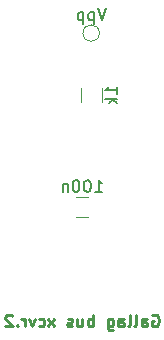
<source format=gbo>
G04 #@! TF.FileFunction,Legend,Bot*
%FSLAX46Y46*%
G04 Gerber Fmt 4.6, Leading zero omitted, Abs format (unit mm)*
G04 Created by KiCad (PCBNEW 4.0.7-e2-6376~58~ubuntu16.04.1) date Fri Nov 24 21:44:44 2023*
%MOMM*%
%LPD*%
G01*
G04 APERTURE LIST*
%ADD10C,0.100000*%
%ADD11C,0.250000*%
%ADD12C,0.120000*%
%ADD13C,0.150000*%
G04 APERTURE END LIST*
D10*
D11*
X179410572Y-138692000D02*
X179505810Y-138644381D01*
X179648667Y-138644381D01*
X179791525Y-138692000D01*
X179886763Y-138787238D01*
X179934382Y-138882476D01*
X179982001Y-139072952D01*
X179982001Y-139215810D01*
X179934382Y-139406286D01*
X179886763Y-139501524D01*
X179791525Y-139596762D01*
X179648667Y-139644381D01*
X179553429Y-139644381D01*
X179410572Y-139596762D01*
X179362953Y-139549143D01*
X179362953Y-139215810D01*
X179553429Y-139215810D01*
X178505810Y-139644381D02*
X178505810Y-139120571D01*
X178553429Y-139025333D01*
X178648667Y-138977714D01*
X178839144Y-138977714D01*
X178934382Y-139025333D01*
X178505810Y-139596762D02*
X178601048Y-139644381D01*
X178839144Y-139644381D01*
X178934382Y-139596762D01*
X178982001Y-139501524D01*
X178982001Y-139406286D01*
X178934382Y-139311048D01*
X178839144Y-139263429D01*
X178601048Y-139263429D01*
X178505810Y-139215810D01*
X177886763Y-139644381D02*
X177982001Y-139596762D01*
X178029620Y-139501524D01*
X178029620Y-138644381D01*
X177362953Y-139644381D02*
X177458191Y-139596762D01*
X177505810Y-139501524D01*
X177505810Y-138644381D01*
X176553428Y-139644381D02*
X176553428Y-139120571D01*
X176601047Y-139025333D01*
X176696285Y-138977714D01*
X176886762Y-138977714D01*
X176982000Y-139025333D01*
X176553428Y-139596762D02*
X176648666Y-139644381D01*
X176886762Y-139644381D01*
X176982000Y-139596762D01*
X177029619Y-139501524D01*
X177029619Y-139406286D01*
X176982000Y-139311048D01*
X176886762Y-139263429D01*
X176648666Y-139263429D01*
X176553428Y-139215810D01*
X175648666Y-138977714D02*
X175648666Y-139787238D01*
X175696285Y-139882476D01*
X175743904Y-139930095D01*
X175839143Y-139977714D01*
X175982000Y-139977714D01*
X176077238Y-139930095D01*
X175648666Y-139596762D02*
X175743904Y-139644381D01*
X175934381Y-139644381D01*
X176029619Y-139596762D01*
X176077238Y-139549143D01*
X176124857Y-139453905D01*
X176124857Y-139168190D01*
X176077238Y-139072952D01*
X176029619Y-139025333D01*
X175934381Y-138977714D01*
X175743904Y-138977714D01*
X175648666Y-139025333D01*
X174410571Y-139644381D02*
X174410571Y-138644381D01*
X174410571Y-139025333D02*
X174315333Y-138977714D01*
X174124856Y-138977714D01*
X174029618Y-139025333D01*
X173981999Y-139072952D01*
X173934380Y-139168190D01*
X173934380Y-139453905D01*
X173981999Y-139549143D01*
X174029618Y-139596762D01*
X174124856Y-139644381D01*
X174315333Y-139644381D01*
X174410571Y-139596762D01*
X173077237Y-138977714D02*
X173077237Y-139644381D01*
X173505809Y-138977714D02*
X173505809Y-139501524D01*
X173458190Y-139596762D01*
X173362952Y-139644381D01*
X173220094Y-139644381D01*
X173124856Y-139596762D01*
X173077237Y-139549143D01*
X172648666Y-139596762D02*
X172553428Y-139644381D01*
X172362952Y-139644381D01*
X172267713Y-139596762D01*
X172220094Y-139501524D01*
X172220094Y-139453905D01*
X172267713Y-139358667D01*
X172362952Y-139311048D01*
X172505809Y-139311048D01*
X172601047Y-139263429D01*
X172648666Y-139168190D01*
X172648666Y-139120571D01*
X172601047Y-139025333D01*
X172505809Y-138977714D01*
X172362952Y-138977714D01*
X172267713Y-139025333D01*
X171124856Y-139644381D02*
X170601046Y-138977714D01*
X171124856Y-138977714D02*
X170601046Y-139644381D01*
X169791522Y-139596762D02*
X169886760Y-139644381D01*
X170077237Y-139644381D01*
X170172475Y-139596762D01*
X170220094Y-139549143D01*
X170267713Y-139453905D01*
X170267713Y-139168190D01*
X170220094Y-139072952D01*
X170172475Y-139025333D01*
X170077237Y-138977714D01*
X169886760Y-138977714D01*
X169791522Y-139025333D01*
X169458189Y-138977714D02*
X169220094Y-139644381D01*
X168981998Y-138977714D01*
X168601046Y-139644381D02*
X168601046Y-138977714D01*
X168601046Y-139168190D02*
X168553427Y-139072952D01*
X168505808Y-139025333D01*
X168410570Y-138977714D01*
X168315331Y-138977714D01*
X167981998Y-139549143D02*
X167934379Y-139596762D01*
X167981998Y-139644381D01*
X168029617Y-139596762D01*
X167981998Y-139549143D01*
X167981998Y-139644381D01*
X167553427Y-138739619D02*
X167505808Y-138692000D01*
X167410570Y-138644381D01*
X167172474Y-138644381D01*
X167077236Y-138692000D01*
X167029617Y-138739619D01*
X166981998Y-138834857D01*
X166981998Y-138930095D01*
X167029617Y-139072952D01*
X167601046Y-139644381D01*
X166981998Y-139644381D01*
D12*
X174944000Y-114808000D02*
G75*
G03X174944000Y-114808000I-700000J0D01*
G01*
X173962000Y-130390000D02*
X172962000Y-130390000D01*
X172962000Y-128690000D02*
X173962000Y-128690000D01*
X175124000Y-120662000D02*
X175124000Y-119462000D01*
X173364000Y-119462000D02*
X173364000Y-120662000D01*
D13*
X175482095Y-112710381D02*
X175148762Y-113710381D01*
X174815428Y-112710381D01*
X174482095Y-113043714D02*
X174482095Y-114043714D01*
X174482095Y-113091333D02*
X174386857Y-113043714D01*
X174196380Y-113043714D01*
X174101142Y-113091333D01*
X174053523Y-113138952D01*
X174005904Y-113234190D01*
X174005904Y-113519905D01*
X174053523Y-113615143D01*
X174101142Y-113662762D01*
X174196380Y-113710381D01*
X174386857Y-113710381D01*
X174482095Y-113662762D01*
X173577333Y-113043714D02*
X173577333Y-114043714D01*
X173577333Y-113091333D02*
X173482095Y-113043714D01*
X173291618Y-113043714D01*
X173196380Y-113091333D01*
X173148761Y-113138952D01*
X173101142Y-113234190D01*
X173101142Y-113519905D01*
X173148761Y-113615143D01*
X173196380Y-113662762D01*
X173291618Y-113710381D01*
X173482095Y-113710381D01*
X173577333Y-113662762D01*
X174581047Y-128242381D02*
X175152476Y-128242381D01*
X174866762Y-128242381D02*
X174866762Y-127242381D01*
X174962000Y-127385238D01*
X175057238Y-127480476D01*
X175152476Y-127528095D01*
X173962000Y-127242381D02*
X173866761Y-127242381D01*
X173771523Y-127290000D01*
X173723904Y-127337619D01*
X173676285Y-127432857D01*
X173628666Y-127623333D01*
X173628666Y-127861429D01*
X173676285Y-128051905D01*
X173723904Y-128147143D01*
X173771523Y-128194762D01*
X173866761Y-128242381D01*
X173962000Y-128242381D01*
X174057238Y-128194762D01*
X174104857Y-128147143D01*
X174152476Y-128051905D01*
X174200095Y-127861429D01*
X174200095Y-127623333D01*
X174152476Y-127432857D01*
X174104857Y-127337619D01*
X174057238Y-127290000D01*
X173962000Y-127242381D01*
X173009619Y-127242381D02*
X172914380Y-127242381D01*
X172819142Y-127290000D01*
X172771523Y-127337619D01*
X172723904Y-127432857D01*
X172676285Y-127623333D01*
X172676285Y-127861429D01*
X172723904Y-128051905D01*
X172771523Y-128147143D01*
X172819142Y-128194762D01*
X172914380Y-128242381D01*
X173009619Y-128242381D01*
X173104857Y-128194762D01*
X173152476Y-128147143D01*
X173200095Y-128051905D01*
X173247714Y-127861429D01*
X173247714Y-127623333D01*
X173200095Y-127432857D01*
X173152476Y-127337619D01*
X173104857Y-127290000D01*
X173009619Y-127242381D01*
X172247714Y-127575714D02*
X172247714Y-128242381D01*
X172247714Y-127670952D02*
X172200095Y-127623333D01*
X172104857Y-127575714D01*
X171961999Y-127575714D01*
X171866761Y-127623333D01*
X171819142Y-127718571D01*
X171819142Y-128242381D01*
X176446381Y-119942953D02*
X176446381Y-119371524D01*
X176446381Y-119657238D02*
X175446381Y-119657238D01*
X175589238Y-119562000D01*
X175684476Y-119466762D01*
X175732095Y-119371524D01*
X176446381Y-120371524D02*
X175446381Y-120371524D01*
X176065429Y-120466762D02*
X176446381Y-120752477D01*
X175779714Y-120752477D02*
X176160667Y-120371524D01*
M02*

</source>
